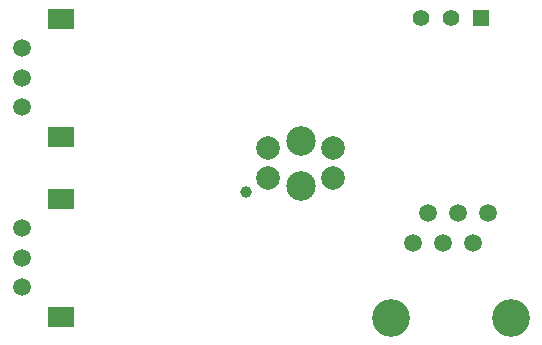
<source format=gbs>
%FSLAX34Y34*%
G04 Gerber Fmt 3.4, Leading zero omitted, Abs format*
G04 (created by PCBNEW (2014-jan-25)-product) date Wed 30 Apr 2014 07:54:19 PM MDT*
%MOIN*%
G01*
G70*
G90*
G04 APERTURE LIST*
%ADD10C,0.003937*%
%ADD11C,0.125984*%
%ADD12C,0.059055*%
%ADD13C,0.078740*%
%ADD14C,0.098425*%
%ADD15C,0.039370*%
%ADD16R,0.086614X0.070866*%
%ADD17R,0.055000X0.055000*%
%ADD18C,0.055000*%
G04 APERTURE END LIST*
G54D10*
G54D11*
X62000Y-39500D03*
X58000Y-39500D03*
G54D12*
X61250Y-36000D03*
X60750Y-37000D03*
X60250Y-36000D03*
X59750Y-37000D03*
X59250Y-36000D03*
X58750Y-37000D03*
G54D13*
X53917Y-33850D03*
X56082Y-33850D03*
X53917Y-34850D03*
X56082Y-34850D03*
G54D14*
X55000Y-35098D03*
X55000Y-33601D03*
G54D15*
X53169Y-35314D03*
G54D12*
X45700Y-38484D03*
X45700Y-37500D03*
X45700Y-36515D03*
G54D16*
X47000Y-39468D03*
X47000Y-35531D03*
G54D17*
X61000Y-29500D03*
G54D18*
X60000Y-29500D03*
X59000Y-29500D03*
G54D12*
X45700Y-32484D03*
X45700Y-31500D03*
X45700Y-30515D03*
G54D16*
X47000Y-33468D03*
X47000Y-29531D03*
M02*

</source>
